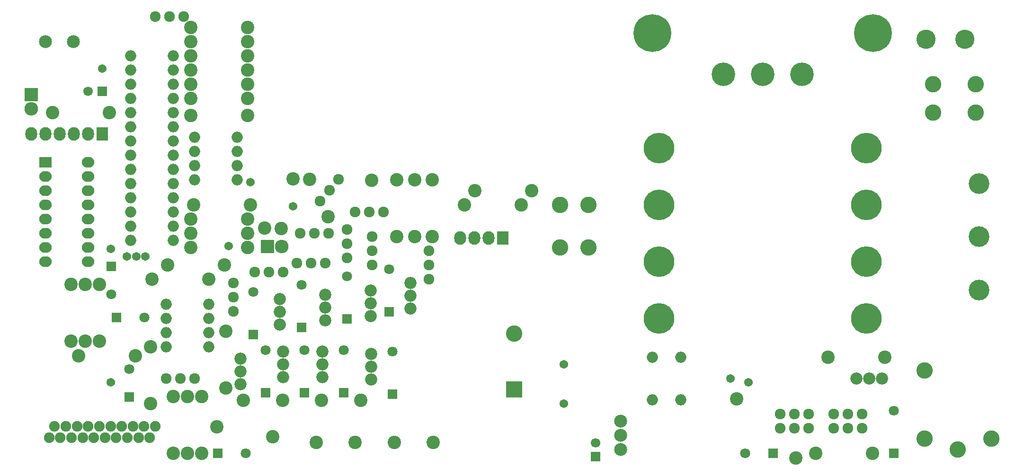
<source format=gbs>
G04 #@! TF.FileFunction,Soldermask,Bot*
%FSLAX46Y46*%
G04 Gerber Fmt 4.6, Leading zero omitted, Abs format (unit mm)*
G04 Created by KiCad (PCBNEW 4.0.1-3.201512221402+6198~38~ubuntu15.04.1-stable) date Tue 02 Feb 2016 09:09:18 AM EST*
%MOMM*%
G01*
G04 APERTURE LIST*
%ADD10C,0.100000*%
%ADD11C,2.305000*%
%ADD12C,2.398980*%
%ADD13C,1.924000*%
%ADD14O,2.000000X2.000000*%
%ADD15R,1.797000X1.797000*%
%ADD16C,1.797000*%
%ADD17C,2.940000*%
%ADD18C,1.900000*%
%ADD19R,2.432000X2.432000*%
%ADD20O,2.432000X2.432000*%
%ADD21R,2.127200X2.432000*%
%ADD22O,2.127200X2.432000*%
%ADD23C,2.178000*%
%ADD24R,2.224000X1.924000*%
%ADD25O,2.224000X1.924000*%
%ADD26C,5.480000*%
%ADD27R,1.700000X1.700000*%
%ADD28C,1.700000*%
%ADD29R,2.940000X2.940000*%
%ADD30R,1.800000X1.800000*%
%ADD31C,1.800000*%
%ADD32C,3.448000*%
%ADD33C,3.702000*%
%ADD34C,1.543000*%
%ADD35C,4.210000*%
%ADD36C,6.750000*%
G04 APERTURE END LIST*
D10*
D11*
X158750000Y-116205000D03*
X158750000Y-113665000D03*
X158750000Y-118745000D03*
D12*
X98044000Y-79202409D03*
X103124000Y-70403591D03*
D13*
X106661681Y-72349247D03*
X108294361Y-70403494D03*
X105029000Y-74295000D03*
X113792000Y-76200000D03*
X111252000Y-76200000D03*
X116332000Y-76200000D03*
X95885000Y-86995000D03*
X98425000Y-86995000D03*
X93345000Y-86995000D03*
D14*
X169545000Y-109855000D03*
X164465000Y-109855000D03*
X164465000Y-102235000D03*
X169545000Y-102235000D03*
D15*
X207645000Y-119380000D03*
D16*
X207645000Y-111760000D03*
D15*
X95250000Y-108585000D03*
D16*
X95250000Y-100965000D03*
D15*
X93091000Y-98171000D03*
D16*
X93091000Y-90551000D03*
D15*
X102235000Y-108585000D03*
D16*
X102235000Y-100965000D03*
D15*
X101727000Y-96901000D03*
D16*
X101727000Y-89281000D03*
D15*
X109220000Y-108585000D03*
D16*
X109220000Y-100965000D03*
D15*
X109855000Y-95377000D03*
D16*
X109855000Y-87757000D03*
D15*
X117983000Y-108839000D03*
D16*
X117983000Y-101219000D03*
D15*
X117348000Y-94107000D03*
D16*
X117348000Y-86487000D03*
D17*
X214630000Y-53340000D03*
X214630000Y-58420000D03*
X222250000Y-58420000D03*
X222250000Y-53340000D03*
X147955000Y-82550000D03*
X153035000Y-82550000D03*
X153035000Y-74930000D03*
X147955000Y-74930000D03*
D18*
X64540000Y-116570000D03*
X66540000Y-116570000D03*
X62540000Y-116570000D03*
X60540000Y-116570000D03*
X58540000Y-116570000D03*
X56540000Y-116570000D03*
X57540000Y-114570000D03*
X59540000Y-114570000D03*
X61540000Y-114570000D03*
X63540000Y-114570000D03*
X65540000Y-114570000D03*
X67540000Y-114570000D03*
X68540000Y-116570000D03*
X69540000Y-114570000D03*
X70540000Y-116570000D03*
X71540000Y-114570000D03*
X72540000Y-116570000D03*
X73540000Y-114570000D03*
X74540000Y-116570000D03*
X75540000Y-114570000D03*
D17*
X219075000Y-118745000D03*
X213075000Y-116745000D03*
X213075000Y-104545000D03*
X225075000Y-116745000D03*
D19*
X53340000Y-55245000D03*
D20*
X53340000Y-57785000D03*
D21*
X66040000Y-62230000D03*
D22*
X63500000Y-62230000D03*
X60960000Y-62230000D03*
X58420000Y-62230000D03*
X55880000Y-62230000D03*
X53340000Y-62230000D03*
D21*
X137668000Y-80899000D03*
D22*
X135128000Y-80899000D03*
X132588000Y-80899000D03*
X130048000Y-80899000D03*
D19*
X95631000Y-82423000D03*
D20*
X98171000Y-82423000D03*
D13*
X196850000Y-114935000D03*
X196850000Y-112395000D03*
X199390000Y-114935000D03*
X199390000Y-112395000D03*
X201930000Y-114935000D03*
X201930000Y-112395000D03*
X187325000Y-114935000D03*
X187325000Y-112395000D03*
X189865000Y-114935000D03*
X189865000Y-112395000D03*
X192405000Y-114935000D03*
X192405000Y-112395000D03*
X78105000Y-41275000D03*
X80645000Y-41275000D03*
X75565000Y-41275000D03*
D23*
X205480000Y-106045000D03*
X203200000Y-106045000D03*
X200920000Y-106045000D03*
X90805000Y-102495000D03*
X90805000Y-104775000D03*
X90805000Y-107055000D03*
X97790000Y-96387000D03*
X97790000Y-94107000D03*
X97790000Y-91827000D03*
D13*
X104013000Y-80010000D03*
X101473000Y-80010000D03*
X106553000Y-80010000D03*
D23*
X98425000Y-101225000D03*
X98425000Y-103505000D03*
X98425000Y-105785000D03*
X105918000Y-95625000D03*
X105918000Y-93345000D03*
X105918000Y-91065000D03*
D13*
X103378000Y-85344000D03*
X105918000Y-85344000D03*
X100838000Y-85344000D03*
X114300000Y-83185000D03*
X114300000Y-85725000D03*
X114300000Y-80645000D03*
D23*
X105410000Y-101225000D03*
X105410000Y-103505000D03*
X105410000Y-105785000D03*
X114046000Y-94863000D03*
X114046000Y-92583000D03*
X114046000Y-90303000D03*
D13*
X109855000Y-81915000D03*
X109855000Y-84455000D03*
X109855000Y-79375000D03*
D23*
X114173000Y-101606000D03*
X114173000Y-103886000D03*
X114173000Y-106166000D03*
X121158000Y-93466000D03*
X121158000Y-91186000D03*
X121158000Y-88906000D03*
D13*
X124460000Y-85725000D03*
X124460000Y-88265000D03*
X124460000Y-83185000D03*
X80010000Y-106045000D03*
X82550000Y-106045000D03*
X77470000Y-106045000D03*
D12*
X60452000Y-89154000D03*
X60452000Y-99314000D03*
X57150000Y-58420000D03*
X67310000Y-58420000D03*
X92075000Y-45720000D03*
X81915000Y-45720000D03*
X92075000Y-58928000D03*
X81915000Y-58928000D03*
X92075000Y-53340000D03*
X81915000Y-53340000D03*
X92075000Y-55880000D03*
X81915000Y-55880000D03*
X81915000Y-43180000D03*
X92075000Y-43180000D03*
X82423000Y-74930000D03*
X92583000Y-74930000D03*
X81915000Y-77470000D03*
X92075000Y-77470000D03*
X92075000Y-80010000D03*
X81915000Y-80010000D03*
X92075000Y-82550000D03*
X81915000Y-82550000D03*
X87884000Y-85725000D03*
X77724000Y-85725000D03*
X85090000Y-88265000D03*
X74930000Y-88265000D03*
X78740000Y-119380000D03*
X78740000Y-109220000D03*
X195834000Y-102235000D03*
X205994000Y-102235000D03*
X193675000Y-119380000D03*
X203835000Y-119380000D03*
X190088301Y-120238301D03*
X179481699Y-109631699D03*
X92075000Y-50800000D03*
X81915000Y-50800000D03*
X95123000Y-79075409D03*
X100203000Y-70276591D03*
X92075000Y-48260000D03*
X81915000Y-48260000D03*
X125095000Y-70485000D03*
X125095000Y-80645000D03*
X142875000Y-72390000D03*
X132715000Y-72390000D03*
X130810000Y-74930000D03*
X140970000Y-74930000D03*
X104285191Y-117415000D03*
X91294809Y-109915000D03*
X111270191Y-117415000D03*
X98279809Y-109915000D03*
X118255191Y-117415000D03*
X105264809Y-109915000D03*
X125240191Y-117415000D03*
X112249809Y-109915000D03*
X121920000Y-80645000D03*
X121920000Y-70485000D03*
X106471494Y-77052361D03*
X114254506Y-70521639D03*
X118745000Y-80645000D03*
X118745000Y-70485000D03*
X81280000Y-109220000D03*
X81280000Y-119380000D03*
X88138000Y-97536000D03*
X88138000Y-107696000D03*
X74676000Y-110490000D03*
X74676000Y-100330000D03*
X83820000Y-119380000D03*
X83820000Y-109220000D03*
X86564177Y-114687867D03*
X96569823Y-116452133D03*
X61849000Y-101981000D03*
X72009000Y-101981000D03*
X65532000Y-99314000D03*
X65532000Y-89154000D03*
X62992000Y-89154000D03*
X62992000Y-99314000D03*
D24*
X55880000Y-67310000D03*
D25*
X63500000Y-67310000D03*
X55880000Y-69850000D03*
X63500000Y-69850000D03*
X55880000Y-72390000D03*
X63500000Y-72390000D03*
X55880000Y-74930000D03*
X63500000Y-74930000D03*
X55880000Y-77470000D03*
X63500000Y-77470000D03*
X55880000Y-80010000D03*
X63500000Y-80010000D03*
X55880000Y-82550000D03*
X63500000Y-82550000D03*
X55880000Y-85090000D03*
X63500000Y-85090000D03*
D11*
X55920000Y-45720000D03*
X60920000Y-45720000D03*
D26*
X202692000Y-64770000D03*
X202692000Y-74930000D03*
X202692000Y-85090000D03*
X202692000Y-95250000D03*
X165608000Y-64770000D03*
X165608000Y-74930000D03*
X165608000Y-85090000D03*
X165608000Y-95250000D03*
D14*
X78740000Y-81280000D03*
X78740000Y-78740000D03*
X78740000Y-76200000D03*
X78740000Y-73660000D03*
X78740000Y-71120000D03*
X78740000Y-68580000D03*
X78740000Y-66040000D03*
X78740000Y-63500000D03*
X78740000Y-60960000D03*
X78740000Y-58420000D03*
X78740000Y-55880000D03*
X78740000Y-53340000D03*
X78740000Y-50800000D03*
X78740000Y-48260000D03*
X71120000Y-48260000D03*
X71120000Y-50800000D03*
X71120000Y-53340000D03*
X71120000Y-55880000D03*
X71120000Y-58420000D03*
X71120000Y-60960000D03*
X71120000Y-63500000D03*
X71120000Y-66040000D03*
X71120000Y-68580000D03*
X71120000Y-71120000D03*
X71120000Y-73660000D03*
X71120000Y-76200000D03*
X71120000Y-78740000D03*
X71120000Y-81280000D03*
X77470000Y-92710000D03*
X77470000Y-95250000D03*
X77470000Y-97790000D03*
X77470000Y-100330000D03*
X85090000Y-100330000D03*
X85090000Y-97790000D03*
X85090000Y-95250000D03*
X85090000Y-92710000D03*
X82550000Y-62865000D03*
X82550000Y-65405000D03*
X82550000Y-67945000D03*
X82550000Y-70485000D03*
X90170000Y-70485000D03*
X90170000Y-67945000D03*
X90170000Y-65405000D03*
X90170000Y-62865000D03*
D13*
X89535000Y-91440000D03*
X89535000Y-88900000D03*
X89535000Y-93980000D03*
D27*
X66040000Y-54610000D03*
D28*
X63540000Y-54610000D03*
D29*
X139700000Y-107950000D03*
D17*
X139700000Y-97950000D03*
D30*
X186055000Y-119380000D03*
D31*
X181055000Y-119380000D03*
D27*
X154305000Y-120015000D03*
D28*
X154305000Y-117515000D03*
D30*
X86741000Y-119380000D03*
D31*
X91741000Y-119380000D03*
D30*
X70866000Y-109347000D03*
D31*
X70866000Y-104347000D03*
D30*
X67691000Y-85979000D03*
D31*
X67691000Y-90979000D03*
D30*
X68580000Y-95123000D03*
D31*
X73580000Y-95123000D03*
D32*
X213360000Y-45313600D03*
X220345000Y-45313600D03*
D33*
X222885000Y-90170000D03*
X222885000Y-80645000D03*
X222885000Y-71120000D03*
D34*
X148590000Y-110490000D03*
X148590000Y-103505000D03*
X181610000Y-106680000D03*
X178435000Y-106045000D03*
X70485000Y-84201000D03*
X72136000Y-84201000D03*
X73787000Y-84201000D03*
X67564000Y-106680000D03*
X88646000Y-82296000D03*
X92583000Y-70866000D03*
X100203000Y-75184000D03*
X66040000Y-50546000D03*
X67564000Y-82804000D03*
D35*
X177150000Y-51559993D03*
X184150000Y-51559993D03*
X191150000Y-51559993D03*
D36*
X203900000Y-44259993D03*
X164400000Y-44259993D03*
M02*

</source>
